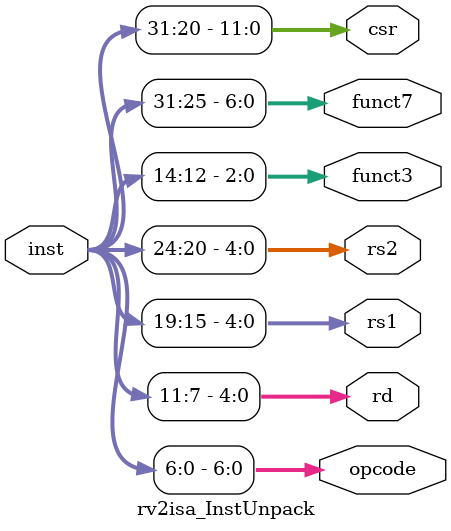
<source format=v>

`ifndef TINY_RV2_INST_V
`define TINY_RV2_INST_V


`define RV2ISA_INST_OPCODE  6:0
`define RV2ISA_INST_RD      11:7
`define RV2ISA_INST_RS1     19:15
`define RV2ISA_INST_RS2     24:20
`define RV2ISA_INST_FUNCT3  14:12
`define RV2ISA_INST_FUNCT7  31:25
`define RV2ISA_INST_CSR     31:20

//------------------------------------------------------------------------
// Field sizes
//------------------------------------------------------------------------

`define RV2ISA_INST_NBITS          32
`define RV2ISA_INST_OPCODE_NBITS   7
`define RV2ISA_INST_RD_NBITS       5
`define RV2ISA_INST_RS1_NBITS      5
`define RV2ISA_INST_RS2_NBITS      5
`define RV2ISA_INST_FUNCT3_NBITS   3
`define RV2ISA_INST_FUNCT7_NBITS   7
`define RV2ISA_INST_CSR_NBITS      12

//------------------------------------------------------------------------
// Instruction opcodes
//------------------------------------------------------------------------

// Basic instructions

`define RV2ISA_INST_CSRR  32'b???????_?????_?????_010_?????_1110011
`define RV2ISA_INST_CSRW  32'b???????_?????_?????_001_?????_1110011
`define RV2ISA_INST_NOP   32'b0000000_00000_00000_000_00000_0010011
`define RV2ISA_ZERO       32'b0000000_00000_00000_000_00000_0000000

// Register-register arithmetic, logical, and comparison instructions

`define RV2ISA_INST_ADD   32'b0000000_?????_?????_000_?????_0110011
`define RV2ISA_INST_SUB   32'b0100000_?????_?????_000_?????_0110011
`define RV2ISA_INST_AND   32'b0000000_?????_?????_111_?????_0110011
`define RV2ISA_INST_OR    32'b0000000_?????_?????_110_?????_0110011
`define RV2ISA_INST_XOR   32'b0000000_?????_?????_100_?????_0110011
`define RV2ISA_INST_SLT   32'b0000000_?????_?????_010_?????_0110011
`define RV2ISA_INST_SLTU  32'b0000000_?????_?????_011_?????_0110011
`define RV2ISA_INST_MUL   32'b0000001_?????_?????_000_?????_0110011

// Register-immediate arithmetic, logical, and comparison instructions

`define RV2ISA_INST_ADDI  32'b???????_?????_?????_000_?????_0010011
`define RV2ISA_INST_ANDI  32'b???????_?????_?????_111_?????_0010011
`define RV2ISA_INST_ORI   32'b???????_?????_?????_110_?????_0010011
`define RV2ISA_INST_XORI  32'b???????_?????_?????_100_?????_0010011
`define RV2ISA_INST_SLTI  32'b???????_?????_?????_010_?????_0010011
`define RV2ISA_INST_SLTIU 32'b???????_?????_?????_011_?????_0010011

// Shift instructions

`define RV2ISA_INST_SRA   32'b0100000_?????_?????_101_?????_0110011
`define RV2ISA_INST_SRL   32'b0000000_?????_?????_101_?????_0110011
`define RV2ISA_INST_SLL   32'b0000000_?????_?????_001_?????_0110011
`define RV2ISA_INST_SRAI  32'b0100000_?????_?????_101_?????_0010011
`define RV2ISA_INST_SRLI  32'b0000000_?????_?????_101_?????_0010011
`define RV2ISA_INST_SLLI  32'b0000000_?????_?????_001_?????_0010011

// Other instructions

`define RV2ISA_INST_LUI   32'b???????_?????_?????_???_?????_0110111
`define RV2ISA_INST_AUIPC 32'b???????_?????_?????_???_?????_0010111

// Memory instructions

`define RV2ISA_INST_LW    32'b???????_?????_?????_010_?????_0000011
`define RV2ISA_INST_SW    32'b???????_?????_?????_010_?????_0100011

// Unconditional jump instructions

`define RV2ISA_INST_JAL   32'b???????_?????_?????_???_?????_1101111
`define RV2ISA_INST_JALR  32'b???????_?????_?????_000_?????_1100111

// Conditional branch instructions

`define RV2ISA_INST_BEQ   32'b???????_?????_?????_000_?????_1100011
`define RV2ISA_INST_BNE   32'b???????_?????_?????_001_?????_1100011
`define RV2ISA_INST_BLT   32'b???????_?????_?????_100_?????_1100011
`define RV2ISA_INST_BGE   32'b???????_?????_?????_101_?????_1100011
`define RV2ISA_INST_BLTU  32'b???????_?????_?????_110_?????_1100011
`define RV2ISA_INST_BGEU  32'b???????_?????_?????_111_?????_1100011

//------------------------------------------------------------------------
// Coprocessor registers
//------------------------------------------------------------------------

`define RV2ISA_CPR_PROC2MNGR  12'h7C0
`define RV2ISA_CPR_MNGR2PROC  12'hFC0
`define RV2ISA_CPR_COREID     12'hF14
`define RV2ISA_CPR_NUMCORES   12'hFC1
`define RV2ISA_CPR_STATS_EN   12'h7C1

//------------------------------------------------------------------------
// Unpack instruction
//------------------------------------------------------------------------

module rv2isa_InstUnpack
(
  // Packed message

  input  [`RV2ISA_INST_NBITS-1:0]        inst,

  // Packed fields

  output [`RV2ISA_INST_OPCODE_NBITS-1:0] opcode,
  output [`RV2ISA_INST_RD_NBITS-1:0]     rd,
  output [`RV2ISA_INST_RS1_NBITS-1:0]    rs1,
  output [`RV2ISA_INST_RS2_NBITS-1:0]    rs2,
  output [`RV2ISA_INST_FUNCT3_NBITS-1:0] funct3,
  output [`RV2ISA_INST_FUNCT7_NBITS-1:0] funct7,
  output [`RV2ISA_INST_CSR_NBITS-1:0]    csr
);

  assign opcode   = inst[`RV2ISA_INST_OPCODE];
  assign rd       = inst[`RV2ISA_INST_RD];
  assign rs1      = inst[`RV2ISA_INST_RS1];
  assign rs2      = inst[`RV2ISA_INST_RS2];
  assign funct3   = inst[`RV2ISA_INST_FUNCT3];
  assign funct7   = inst[`RV2ISA_INST_FUNCT7];
  assign csr      = inst[`RV2ISA_INST_CSR];

endmodule

`endif /* TINY_RV2_INST_V */


</source>
